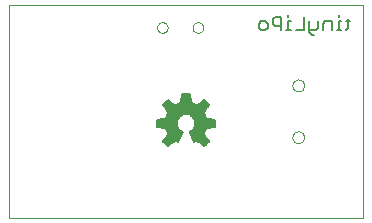
<source format=gbo>
G75*
%MOIN*%
%OFA0B0*%
%FSLAX24Y24*%
%IPPOS*%
%LPD*%
%AMOC8*
5,1,8,0,0,1.08239X$1,22.5*
%
%ADD10C,0.0000*%
%ADD11C,0.0060*%
%ADD12C,0.0059*%
D10*
X000180Y000180D02*
X000180Y007267D01*
X011991Y007267D01*
X011991Y000180D01*
X000180Y000180D01*
X009629Y002857D02*
X009631Y002884D01*
X009637Y002911D01*
X009646Y002937D01*
X009659Y002961D01*
X009675Y002984D01*
X009694Y003003D01*
X009716Y003020D01*
X009740Y003034D01*
X009765Y003044D01*
X009792Y003051D01*
X009819Y003054D01*
X009847Y003053D01*
X009874Y003048D01*
X009900Y003040D01*
X009924Y003028D01*
X009947Y003012D01*
X009968Y002994D01*
X009985Y002973D01*
X010000Y002949D01*
X010011Y002924D01*
X010019Y002898D01*
X010023Y002871D01*
X010023Y002843D01*
X010019Y002816D01*
X010011Y002790D01*
X010000Y002765D01*
X009985Y002741D01*
X009968Y002720D01*
X009947Y002702D01*
X009925Y002686D01*
X009900Y002674D01*
X009874Y002666D01*
X009847Y002661D01*
X009819Y002660D01*
X009792Y002663D01*
X009765Y002670D01*
X009740Y002680D01*
X009716Y002694D01*
X009694Y002711D01*
X009675Y002730D01*
X009659Y002753D01*
X009646Y002777D01*
X009637Y002803D01*
X009631Y002830D01*
X009629Y002857D01*
X009629Y004589D02*
X009631Y004616D01*
X009637Y004643D01*
X009646Y004669D01*
X009659Y004693D01*
X009675Y004716D01*
X009694Y004735D01*
X009716Y004752D01*
X009740Y004766D01*
X009765Y004776D01*
X009792Y004783D01*
X009819Y004786D01*
X009847Y004785D01*
X009874Y004780D01*
X009900Y004772D01*
X009924Y004760D01*
X009947Y004744D01*
X009968Y004726D01*
X009985Y004705D01*
X010000Y004681D01*
X010011Y004656D01*
X010019Y004630D01*
X010023Y004603D01*
X010023Y004575D01*
X010019Y004548D01*
X010011Y004522D01*
X010000Y004497D01*
X009985Y004473D01*
X009968Y004452D01*
X009947Y004434D01*
X009925Y004418D01*
X009900Y004406D01*
X009874Y004398D01*
X009847Y004393D01*
X009819Y004392D01*
X009792Y004395D01*
X009765Y004402D01*
X009740Y004412D01*
X009716Y004426D01*
X009694Y004443D01*
X009675Y004462D01*
X009659Y004485D01*
X009646Y004509D01*
X009637Y004535D01*
X009631Y004562D01*
X009629Y004589D01*
X006302Y006519D02*
X006304Y006545D01*
X006310Y006571D01*
X006320Y006596D01*
X006333Y006619D01*
X006349Y006639D01*
X006369Y006657D01*
X006391Y006672D01*
X006414Y006684D01*
X006440Y006692D01*
X006466Y006696D01*
X006492Y006696D01*
X006518Y006692D01*
X006544Y006684D01*
X006568Y006672D01*
X006589Y006657D01*
X006609Y006639D01*
X006625Y006619D01*
X006638Y006596D01*
X006648Y006571D01*
X006654Y006545D01*
X006656Y006519D01*
X006654Y006493D01*
X006648Y006467D01*
X006638Y006442D01*
X006625Y006419D01*
X006609Y006399D01*
X006589Y006381D01*
X006567Y006366D01*
X006544Y006354D01*
X006518Y006346D01*
X006492Y006342D01*
X006466Y006342D01*
X006440Y006346D01*
X006414Y006354D01*
X006390Y006366D01*
X006369Y006381D01*
X006349Y006399D01*
X006333Y006419D01*
X006320Y006442D01*
X006310Y006467D01*
X006304Y006493D01*
X006302Y006519D01*
X005121Y006519D02*
X005123Y006545D01*
X005129Y006571D01*
X005139Y006596D01*
X005152Y006619D01*
X005168Y006639D01*
X005188Y006657D01*
X005210Y006672D01*
X005233Y006684D01*
X005259Y006692D01*
X005285Y006696D01*
X005311Y006696D01*
X005337Y006692D01*
X005363Y006684D01*
X005387Y006672D01*
X005408Y006657D01*
X005428Y006639D01*
X005444Y006619D01*
X005457Y006596D01*
X005467Y006571D01*
X005473Y006545D01*
X005475Y006519D01*
X005473Y006493D01*
X005467Y006467D01*
X005457Y006442D01*
X005444Y006419D01*
X005428Y006399D01*
X005408Y006381D01*
X005386Y006366D01*
X005363Y006354D01*
X005337Y006346D01*
X005311Y006342D01*
X005285Y006342D01*
X005259Y006346D01*
X005233Y006354D01*
X005209Y006366D01*
X005188Y006381D01*
X005168Y006399D01*
X005152Y006419D01*
X005139Y006442D01*
X005129Y006467D01*
X005123Y006493D01*
X005121Y006519D01*
D11*
X008511Y006504D02*
X008511Y006651D01*
X008585Y006724D01*
X008732Y006724D01*
X008805Y006651D01*
X008805Y006504D01*
X008732Y006430D01*
X008585Y006430D01*
X008511Y006504D01*
X008972Y006651D02*
X008972Y006797D01*
X009045Y006871D01*
X009265Y006871D01*
X009265Y006430D01*
X009425Y006430D02*
X009572Y006430D01*
X009499Y006430D02*
X009499Y006724D01*
X009572Y006724D01*
X009499Y006871D02*
X009499Y006944D01*
X010033Y006871D02*
X010033Y006430D01*
X009739Y006430D01*
X010199Y006430D02*
X010420Y006430D01*
X010493Y006504D01*
X010493Y006724D01*
X010660Y006651D02*
X010660Y006430D01*
X010953Y006430D02*
X010953Y006724D01*
X010733Y006724D01*
X010660Y006651D01*
X010199Y006724D02*
X010199Y006357D01*
X010273Y006284D01*
X010346Y006284D01*
X011114Y006430D02*
X011260Y006430D01*
X011187Y006430D02*
X011187Y006724D01*
X011260Y006724D01*
X011421Y006724D02*
X011567Y006724D01*
X011494Y006797D02*
X011494Y006504D01*
X011421Y006430D01*
X011187Y006871D02*
X011187Y006944D01*
X009265Y006577D02*
X009045Y006577D01*
X008972Y006651D01*
D12*
X006205Y004307D02*
X005966Y004307D01*
X005933Y003989D01*
X005827Y003955D01*
X005727Y003903D01*
X005480Y004105D01*
X005310Y003936D01*
X005512Y003688D01*
X005460Y003589D01*
X005426Y003482D01*
X005109Y003450D01*
X005109Y003210D01*
X005426Y003177D01*
X005460Y003071D01*
X005512Y002971D01*
X005310Y002724D01*
X005480Y002554D01*
X005727Y002756D01*
X005827Y002704D01*
X005968Y003045D01*
X005912Y003075D01*
X005864Y003116D01*
X005825Y003166D01*
X005797Y003223D01*
X005781Y003284D01*
X005778Y003347D01*
X005788Y003409D01*
X005811Y003468D01*
X005845Y003521D01*
X005889Y003566D01*
X005942Y003602D01*
X006000Y003625D01*
X006063Y003636D01*
X006126Y003635D01*
X006187Y003620D01*
X006244Y003593D01*
X006295Y003555D01*
X006336Y003508D01*
X006367Y003453D01*
X006387Y003392D01*
X006393Y003330D01*
X006387Y003270D01*
X006370Y003212D01*
X006341Y003159D01*
X006303Y003112D01*
X006256Y003074D01*
X006203Y003045D01*
X006344Y002704D01*
X006444Y002756D01*
X006691Y002554D01*
X006861Y002724D01*
X006659Y002971D01*
X006711Y003071D01*
X006745Y003177D01*
X007062Y003210D01*
X007062Y003450D01*
X006745Y003482D01*
X006711Y003589D01*
X006659Y003688D01*
X006861Y003936D01*
X006691Y004105D01*
X006444Y003903D01*
X006344Y003955D01*
X006238Y003989D01*
X006205Y004307D01*
X006210Y004266D02*
X005961Y004266D01*
X005956Y004209D02*
X006215Y004209D01*
X006221Y004151D02*
X005950Y004151D01*
X005944Y004094D02*
X006227Y004094D01*
X006233Y004036D02*
X005938Y004036D01*
X005901Y003979D02*
X006270Y003979D01*
X006410Y003921D02*
X005761Y003921D01*
X005705Y003921D02*
X005322Y003921D01*
X005353Y003979D02*
X005635Y003979D01*
X005564Y004036D02*
X005411Y004036D01*
X005468Y004094D02*
X005494Y004094D01*
X005369Y003864D02*
X006802Y003864D01*
X006849Y003921D02*
X006466Y003921D01*
X006536Y003979D02*
X006818Y003979D01*
X006760Y004036D02*
X006607Y004036D01*
X006677Y004094D02*
X006703Y004094D01*
X006755Y003806D02*
X005416Y003806D01*
X005463Y003748D02*
X006708Y003748D01*
X006662Y003691D02*
X005509Y003691D01*
X005483Y003633D02*
X006046Y003633D01*
X006131Y003633D02*
X006688Y003633D01*
X006715Y003576D02*
X006267Y003576D01*
X006327Y003518D02*
X006733Y003518D01*
X006953Y003461D02*
X006363Y003461D01*
X006383Y003403D02*
X007062Y003403D01*
X007062Y003346D02*
X006391Y003346D01*
X006389Y003288D02*
X007062Y003288D01*
X007062Y003230D02*
X006375Y003230D01*
X006349Y003173D02*
X006743Y003173D01*
X006725Y003115D02*
X006306Y003115D01*
X006226Y003058D02*
X006704Y003058D01*
X006674Y003000D02*
X006222Y003000D01*
X006246Y002943D02*
X006682Y002943D01*
X006729Y002885D02*
X006270Y002885D01*
X006293Y002828D02*
X006776Y002828D01*
X006823Y002770D02*
X006317Y002770D01*
X006341Y002712D02*
X006360Y002712D01*
X006497Y002712D02*
X006850Y002712D01*
X006792Y002655D02*
X006568Y002655D01*
X006638Y002597D02*
X006735Y002597D01*
X005925Y002943D02*
X005489Y002943D01*
X005497Y003000D02*
X005949Y003000D01*
X005945Y003058D02*
X005467Y003058D01*
X005446Y003115D02*
X005865Y003115D01*
X005822Y003173D02*
X005428Y003173D01*
X005109Y003230D02*
X005795Y003230D01*
X005781Y003288D02*
X005109Y003288D01*
X005109Y003346D02*
X005778Y003346D01*
X005787Y003403D02*
X005109Y003403D01*
X005218Y003461D02*
X005808Y003461D01*
X005843Y003518D02*
X005438Y003518D01*
X005456Y003576D02*
X005903Y003576D01*
X005901Y002885D02*
X005442Y002885D01*
X005395Y002828D02*
X005878Y002828D01*
X005854Y002770D02*
X005348Y002770D01*
X005321Y002712D02*
X005674Y002712D01*
X005603Y002655D02*
X005379Y002655D01*
X005436Y002597D02*
X005533Y002597D01*
X005811Y002712D02*
X005830Y002712D01*
M02*

</source>
